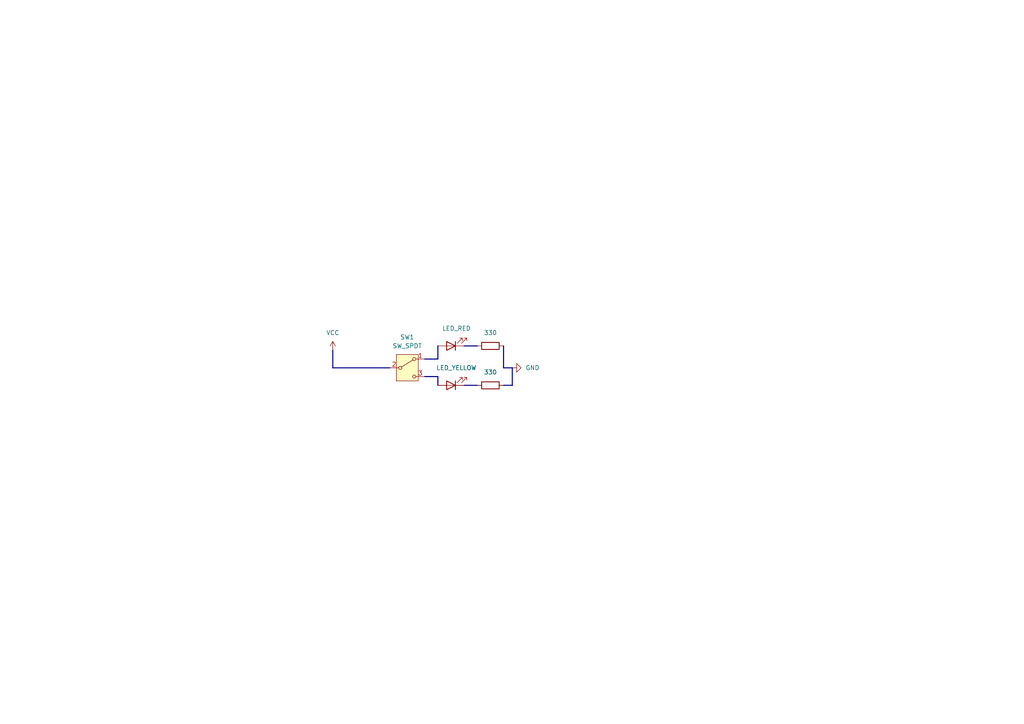
<source format=kicad_sch>
(kicad_sch (version 20231120) (generator "eeschema") (generator_version "8.0")
  (paper "A4")
  (lib_symbols
    (symbol "Device:LED" (pin_numbers hide) (pin_names (offset 1.016) hide)
      (property "Reference" "D" (at 0 2.54 0))
      (property "Value" "LED" (at 0 -2.54 0))
      (symbol "LED_0_1"
        (polyline (pts (xy -1.27 -1.27) (xy -1.27 1.27)) (stroke (width 0.254)))
        (polyline (pts (xy -1.27 0) (xy 1.27 0)))
        (polyline (pts (xy 1.27 -1.27) (xy 1.27 1.27) (xy -1.27 0) (xy 1.27 -1.27)) (stroke (width 0.254)))
        (polyline (pts (xy -3.048 -0.762) (xy -4.572 -2.286) (xy -3.81 -2.286) (xy -4.572 -2.286) (xy -4.572 -1.524)))
        (polyline (pts (xy -1.778 -0.762) (xy -3.302 -2.286) (xy -2.54 -2.286) (xy -3.302 -2.286) (xy -3.302 -1.524)))
      )
      (symbol "LED_1_1"
        (pin passive line (at -3.81 0 0) (length 2.54) (name "K") (number "1"))
        (pin passive line (at 3.81 0 180) (length 2.54) (name "A") (number "2"))
      )
    )
    (symbol "Device:R" (pin_numbers hide) (pin_names (offset 0))
      (property "Reference" "R" (at 2.032 0 90))
      (property "Value" "R" (at 0 0 90))
      (symbol "R_0_1"
        (rectangle (start -1.016 -2.54) (end 1.016 2.54) (stroke (width 0.254)))
      )
      (symbol "R_1_1"
        (pin passive line (at 0 3.81 270) (length 1.27) (name "~") (number "1"))
        (pin passive line (at 0 -3.81 90) (length 1.27) (name "~") (number "2"))
      )
    )
    (symbol "Switch:SW_SPDT" (pin_names (offset 0) hide)
      (property "Reference" "SW" (at 0 5.08 0))
      (property "Value" "SW_SPDT" (at 0 -5.08 0))
      (symbol "SW_SPDT_0_1"
        (circle (center -2.032 0) (radius 0.4572))
        (polyline (pts (xy -1.651 0.254) (xy 1.651 2.286)))
        (circle (center 2.032 -2.54) (radius 0.4572))
        (circle (center 2.032 2.54) (radius 0.4572))
      )
      (symbol "SW_SPDT_1_1"
        (rectangle (start -3.175 3.81) (end 3.175 -3.81) (fill (type background)))
        (pin passive line (at 5.08 2.54 180) (length 2.54) (name "A") (number "1"))
        (pin passive line (at -5.08 0 0) (length 2.54) (name "B") (number "2"))
        (pin passive line (at 5.08 -2.54 180) (length 2.54) (name "C") (number "3"))
      )
    )
    (symbol "power:GND" (power) (pin_numbers hide) (pin_names (offset 0) hide)
      (property "Value" "GND" (at 0 -3.81 0))
      (symbol "GND_0_1"
        (polyline (pts (xy 0 0) (xy 0 -1.27) (xy 1.27 -1.27) (xy 0 -2.54) (xy -1.27 -1.27) (xy 0 -1.27)))
      )
      (symbol "GND_1_1"
        (pin power_in line (at 0 0 270) (length 0) (name "~") (number "1"))
      )
    )
    (symbol "power:VCC" (power) (pin_numbers hide) (pin_names (offset 0) hide)
      (property "Value" "VCC" (at 0 3.556 0))
      (symbol "VCC_0_1"
        (polyline (pts (xy -0.762 1.27) (xy 0 2.54)))
        (polyline (pts (xy 0 0) (xy 0 2.54)))
        (polyline (pts (xy 0 2.54) (xy 0.762 1.27)))
      )
      (symbol "VCC_1_1"
        (pin power_in line (at 0 0 90) (length 0) (name "~") (number "1"))
      )
    )
  )
  (bus (pts (xy 146.05 106.68) (xy 148.59 106.68)))
  (bus (pts (xy 134.62 111.76) (xy 138.43 111.76)))
  (bus (pts (xy 127 100.33) (xy 127 104.14)))
  (bus (pts (xy 148.59 111.76) (xy 148.59 106.68)))
  (bus (pts (xy 123.19 104.14) (xy 127 104.14)))
  (bus (pts (xy 146.05 100.33) (xy 146.05 106.68)))
  (bus (pts (xy 96.52 106.68) (xy 113.03 106.68)))
  (bus (pts (xy 96.52 101.6) (xy 96.52 106.68)))
  (bus (pts (xy 127 109.22) (xy 127 111.76)))
  (bus (pts (xy 134.62 100.33) (xy 138.43 100.33)))
  (bus (pts (xy 123.19 109.22) (xy 127 109.22)))
  (bus (pts (xy 146.05 111.76) (xy 148.59 111.76)))
  (symbol (lib_id "Device:LED") (at 130.81 100.33 180) (unit 1)
    (property "Reference" "D2" (effects (hide yes)))
    (property "Value" "LED_RED" (at 132.3975 95.25 0))
    (property "Footprint" "LED_THT:LED_D3.0mm_FlatTop" (effects (hide yes)))
    (property "Description" "Light emitting diode" (effects (hide yes)))
  )
  (symbol (lib_id "Switch:SW_SPDT") (at 118.11 106.68 0) (unit 1)
    (property "Reference" "SW1" (at 118.11 97.79 0))
    (property "Value" "SW_SPDT" (at 118.11 100.33 0))
    (property "Footprint" "Resistor_SMD:R_MELF_MMB-0207" (effects (hide yes)))
    (property "Description" "Switch, single pole double throw" (effects (hide yes)))
  )
  (symbol (lib_id "power:VCC") (at 96.52 101.6 0) (unit 1)
    (property "Reference" "#PWR01" (effects (hide yes)))
    (property "Value" "VCC" (at 96.52 96.52 0))
    (property "Description" "Power symbol creates a global label with name \"VCC\"" (effects (hide yes)))
  )
  (symbol (lib_id "Device:R") (at 142.24 100.33 90) (unit 1)
    (property "Reference" "R1" (effects (hide yes)))
    (property "Value" "330" (at 142.24 96.52 90))
    (property "Footprint" "Resistor_THT:R_Array_SIP5" (effects (hide yes)))
    (property "Description" "Resistor" (effects (hide yes)))
  )
  (symbol (lib_id "Device:LED") (at 130.81 111.76 180) (unit 1)
    (property "Reference" "D1" (effects (hide yes)))
    (property "Value" "LED_YELLOW" (at 132.3975 106.68 0))
    (property "Footprint" "LED_THT:LED_D3.0mm_FlatTop" (effects (hide yes)))
    (property "Description" "Light emitting diode" (effects (hide yes)))
  )
  (symbol (lib_id "Device:R") (at 142.24 111.76 90) (unit 1)
    (property "Reference" "R2" (effects (hide yes)))
    (property "Value" "330" (at 142.24 107.95 90))
    (property "Footprint" "Resistor_SMD:R_MELF_MMB-0207" (effects (hide yes)))
    (property "Description" "Resistor" (effects (hide yes)))
  )
  (symbol (lib_id "power:GND") (at 148.59 106.68 90) (unit 1)
    (property "Reference" "#PWR02" (effects (hide yes)))
    (property "Value" "GND" (at 152.4 106.6799 90) (effects (justify right)))
    (property "Description" "Power symbol creates a global label with name \"GND\" , ground" (effects (hide yes)))
  )
)
</source>
